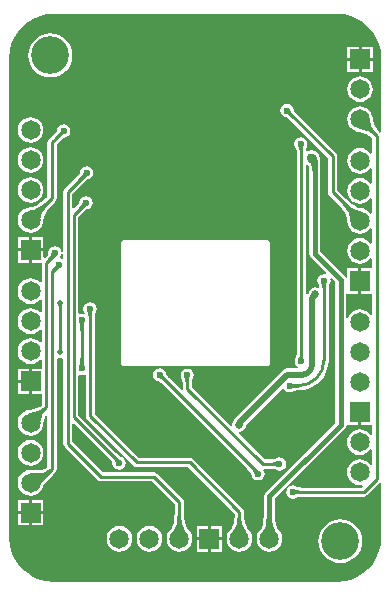
<source format=gbl>
G04*
G04 #@! TF.GenerationSoftware,Altium Limited,Altium Designer,20.1.8 (145)*
G04*
G04 Layer_Physical_Order=2*
G04 Layer_Color=16711680*
%FSLAX25Y25*%
%MOIN*%
G70*
G04*
G04 #@! TF.SameCoordinates,0646C1E9-0440-4AAE-851A-CF3533030474*
G04*
G04*
G04 #@! TF.FilePolarity,Positive*
G04*
G01*
G75*
%ADD10C,0.01000*%
%ADD19C,0.02000*%
%ADD20C,0.03000*%
%ADD21C,0.01500*%
%ADD22C,0.06500*%
%ADD23R,0.06500X0.06500*%
%ADD24C,0.12598*%
%ADD25R,0.06500X0.06500*%
%ADD26C,0.02362*%
%ADD27C,0.02000*%
%ADD28C,0.02559*%
%ADD29C,0.03000*%
G36*
X49558Y106097D02*
X51808Y105557D01*
X53945Y104672D01*
X55918Y103463D01*
X57677Y101961D01*
X59180Y100201D01*
X60388Y98229D01*
X61274Y96092D01*
X61814Y93842D01*
X61991Y91590D01*
X61980Y91536D01*
Y66875D01*
X61625Y66720D01*
X61480Y66706D01*
X61298Y66888D01*
X61103Y67096D01*
X60738Y67537D01*
X60412Y67989D01*
X60125Y68450D01*
X59875Y68923D01*
X59663Y69408D01*
X59487Y69906D01*
X59346Y70419D01*
X59242Y70946D01*
X59170Y71524D01*
X59141Y71609D01*
X59062Y72212D01*
X58634Y73246D01*
X57952Y74133D01*
X57065Y74815D01*
X56031Y75243D01*
X54921Y75389D01*
X53812Y75243D01*
X52778Y74815D01*
X51890Y74133D01*
X51209Y73246D01*
X50781Y72212D01*
X50635Y71102D01*
X50781Y69993D01*
X51209Y68959D01*
X51890Y68071D01*
X52778Y67390D01*
X53812Y66962D01*
X54415Y66882D01*
X54500Y66854D01*
X55078Y66781D01*
X55605Y66677D01*
X56117Y66537D01*
X56615Y66361D01*
X57100Y66148D01*
X57573Y65899D01*
X58035Y65612D01*
X58486Y65286D01*
X58904Y64941D01*
Y59841D01*
X58404Y59671D01*
X57913Y60311D01*
X57025Y60992D01*
X55991Y61420D01*
X54882Y61566D01*
X53772Y61420D01*
X52739Y60992D01*
X51851Y60311D01*
X51170Y59423D01*
X50741Y58389D01*
X50595Y57279D01*
X50741Y56170D01*
X51170Y55136D01*
X51851Y54248D01*
X52739Y53567D01*
X53772Y53139D01*
X54882Y52993D01*
X55991Y53139D01*
X57025Y53567D01*
X57913Y54248D01*
X58404Y54888D01*
X58904Y54718D01*
Y49841D01*
X58404Y49671D01*
X57913Y50311D01*
X57025Y50992D01*
X55991Y51420D01*
X54882Y51566D01*
X53772Y51420D01*
X52739Y50992D01*
X51851Y50311D01*
X51170Y49423D01*
X50741Y48389D01*
X50595Y47280D01*
X50741Y46170D01*
X51170Y45136D01*
X51851Y44248D01*
X52739Y43567D01*
X53772Y43139D01*
X54882Y42993D01*
X55991Y43139D01*
X57025Y43567D01*
X57913Y44248D01*
X58404Y44888D01*
X58904Y44718D01*
Y39841D01*
X58404Y39671D01*
X57913Y40311D01*
X57025Y40992D01*
X55991Y41420D01*
X55180Y41527D01*
X55146Y41538D01*
X54758Y41587D01*
X54387Y41690D01*
X53949Y41869D01*
X53450Y42129D01*
X52896Y42471D01*
X52310Y42885D01*
X50195Y44691D01*
X49946Y44933D01*
X47297Y47582D01*
Y58858D01*
X47181Y59443D01*
X46849Y59940D01*
X33698Y73091D01*
X33340Y73475D01*
X32994Y73889D01*
X32888Y74035D01*
X32816Y74146D01*
X32803Y74170D01*
X32665Y74867D01*
X32183Y75588D01*
X31461Y76070D01*
X30610Y76240D01*
X29759Y76070D01*
X29038Y75588D01*
X28556Y74867D01*
X28386Y74016D01*
X28556Y73165D01*
X29038Y72443D01*
X29759Y71961D01*
X30456Y71823D01*
X30480Y71810D01*
X30557Y71760D01*
X31615Y70849D01*
X44238Y58225D01*
Y46949D01*
X44355Y46363D01*
X44686Y45867D01*
X47337Y43216D01*
X48513Y41939D01*
X49040Y41274D01*
X49494Y40628D01*
X49867Y40013D01*
X50161Y39430D01*
X50379Y38881D01*
X50524Y38368D01*
X50600Y37891D01*
X50614Y37421D01*
X50595Y37279D01*
X50741Y36170D01*
X51170Y35136D01*
X51851Y34248D01*
X52739Y33567D01*
X53772Y33139D01*
X54882Y32993D01*
X55991Y33139D01*
X57025Y33567D01*
X57913Y34248D01*
X58404Y34888D01*
X58904Y34718D01*
Y29841D01*
X58404Y29671D01*
X57913Y30311D01*
X57025Y30992D01*
X55991Y31420D01*
X54882Y31566D01*
X53772Y31420D01*
X52739Y30992D01*
X51851Y30311D01*
X51170Y29423D01*
X50741Y28389D01*
X50595Y27279D01*
X50741Y26170D01*
X51170Y25136D01*
X51851Y24248D01*
X52739Y23567D01*
X53772Y23139D01*
X54882Y22993D01*
X55991Y23139D01*
X57025Y23567D01*
X57913Y24248D01*
X58404Y24888D01*
X58904Y24718D01*
Y21530D01*
X55382D01*
Y17280D01*
Y13029D01*
X58904D01*
Y5959D01*
X58404Y5789D01*
X57834Y6531D01*
X56946Y7212D01*
X55913Y7641D01*
X54803Y7787D01*
X53694Y7641D01*
X52660Y7212D01*
X51772Y6531D01*
X51091Y5643D01*
X50709Y4723D01*
X50209Y4822D01*
Y12842D01*
X50632Y13029D01*
X50709Y13029D01*
X54382D01*
Y17280D01*
Y21530D01*
X50632D01*
Y18156D01*
X50132Y18107D01*
X50074Y18399D01*
X49687Y18978D01*
X49687Y18978D01*
X41548Y27117D01*
Y57382D01*
X41412Y58065D01*
X41392Y58094D01*
X41427Y58268D01*
X41233Y59243D01*
X40680Y60070D01*
X39853Y60623D01*
X38878Y60817D01*
X38583D01*
X37607Y60623D01*
X37314Y60427D01*
X36876Y60667D01*
X36883Y61050D01*
X36916Y61502D01*
X36933Y61634D01*
X36938Y61663D01*
X37192Y62043D01*
X37362Y62894D01*
X37192Y63745D01*
X36710Y64466D01*
X35989Y64948D01*
X35138Y65118D01*
X34287Y64948D01*
X33565Y64466D01*
X33083Y63745D01*
X32914Y62894D01*
X33083Y62043D01*
X33565Y61321D01*
X33622Y61283D01*
X33635Y61251D01*
X33672Y61129D01*
X33710Y60953D01*
X33743Y60746D01*
X33805Y59846D01*
Y-6611D01*
X33786Y-7136D01*
X33738Y-7673D01*
X33711Y-7852D01*
X33683Y-7981D01*
X33675Y-8007D01*
X33280Y-8598D01*
X33111Y-9449D01*
X33280Y-10300D01*
X33762Y-11021D01*
X34385Y-11437D01*
X34297Y-11937D01*
X30738D01*
X29957Y-12092D01*
X29296Y-12535D01*
X13223Y-28607D01*
X12781Y-29268D01*
X12737Y-29492D01*
X12518Y-29819D01*
X12341Y-30709D01*
X12371Y-30859D01*
X11910Y-31106D01*
X-1128Y-18067D01*
Y-17011D01*
X-1109Y-16486D01*
X-1061Y-15949D01*
X-1034Y-15770D01*
X-1006Y-15641D01*
X-998Y-15615D01*
X-603Y-15024D01*
X-434Y-14173D01*
X-603Y-13322D01*
X-1085Y-12601D01*
X-1806Y-12119D01*
X-2657Y-11949D01*
X-3509Y-12119D01*
X-4230Y-12601D01*
X-4712Y-13322D01*
X-4881Y-14173D01*
X-4712Y-15024D01*
X-4317Y-15615D01*
X-4309Y-15641D01*
X-4290Y-15731D01*
X-4187Y-17123D01*
Y-18701D01*
X-4131Y-18984D01*
X-4591Y-19230D01*
X-8822Y-15000D01*
X-9180Y-14615D01*
X-9525Y-14201D01*
X-9632Y-14055D01*
X-9704Y-13945D01*
X-9716Y-13921D01*
X-9855Y-13224D01*
X-10337Y-12502D01*
X-11058Y-12020D01*
X-11909Y-11851D01*
X-12761Y-12020D01*
X-13482Y-12502D01*
X-13964Y-13224D01*
X-14133Y-14075D01*
X-13964Y-14926D01*
X-13482Y-15647D01*
X-12761Y-16129D01*
X-12064Y-16268D01*
X-12040Y-16281D01*
X-11962Y-16330D01*
X-10905Y-17242D01*
X17728Y-45875D01*
X17951Y-46108D01*
X18346Y-46571D01*
X18480Y-46750D01*
X18582Y-46902D01*
X18645Y-47014D01*
X18648Y-47020D01*
X18642Y-47047D01*
X18812Y-47898D01*
X19294Y-48620D01*
X20015Y-49102D01*
X20866Y-49271D01*
X21717Y-49102D01*
X22439Y-48620D01*
X22921Y-47898D01*
X23090Y-47047D01*
X22921Y-46196D01*
X22675Y-45829D01*
X22942Y-45329D01*
X25214D01*
X25739Y-45347D01*
X26276Y-45396D01*
X26454Y-45423D01*
X26583Y-45451D01*
X26609Y-45459D01*
X27200Y-45854D01*
X28051Y-46023D01*
X28902Y-45854D01*
X29624Y-45372D01*
X30106Y-44650D01*
X30275Y-43799D01*
X30106Y-42948D01*
X29624Y-42227D01*
X28902Y-41745D01*
X28051Y-41575D01*
X27200Y-41745D01*
X26609Y-42139D01*
X26583Y-42147D01*
X26494Y-42167D01*
X25101Y-42270D01*
X23074D01*
X14268Y-33464D01*
X14515Y-33003D01*
X14665Y-33033D01*
X15555Y-32856D01*
X16309Y-32352D01*
X16813Y-31598D01*
X16989Y-30709D01*
X16973Y-30625D01*
X28980Y-18617D01*
X29560Y-18745D01*
X29924Y-19289D01*
X30645Y-19771D01*
X31496Y-19940D01*
X32347Y-19771D01*
X32771Y-19488D01*
X32841Y-19456D01*
X32897Y-19417D01*
X32921Y-19404D01*
X32983Y-19379D01*
X33080Y-19349D01*
X33211Y-19319D01*
X33354Y-19295D01*
X33810Y-19259D01*
X34310Y-19265D01*
Y-19265D01*
X36290Y-19070D01*
X38195Y-18493D01*
X39950Y-17554D01*
X41489Y-16292D01*
X42751Y-14753D01*
X43690Y-12998D01*
X44267Y-11094D01*
X44462Y-9113D01*
X44443D01*
Y14485D01*
X44462Y15010D01*
X44510Y15548D01*
X44537Y15726D01*
X44565Y15855D01*
X44573Y15881D01*
X44968Y16472D01*
X45137Y17323D01*
X45025Y17886D01*
X45486Y18132D01*
X46641Y16977D01*
Y-30068D01*
X23463Y-53246D01*
X23076Y-53825D01*
X22940Y-54508D01*
Y-60093D01*
X22940Y-60129D01*
X22895Y-61119D01*
X22716Y-62866D01*
X22589Y-63575D01*
X22436Y-64199D01*
X22263Y-64722D01*
X22076Y-65142D01*
X21886Y-65459D01*
X21739Y-65634D01*
X21693Y-65670D01*
X21012Y-66558D01*
X20584Y-67591D01*
X20438Y-68701D01*
X20584Y-69810D01*
X21012Y-70844D01*
X21693Y-71732D01*
X22581Y-72413D01*
X23615Y-72841D01*
X24724Y-72988D01*
X25834Y-72841D01*
X26868Y-72413D01*
X27755Y-71732D01*
X28437Y-70844D01*
X28865Y-69810D01*
X29011Y-68701D01*
X28865Y-67591D01*
X28437Y-66558D01*
X27755Y-65670D01*
X27710Y-65634D01*
X27563Y-65459D01*
X27372Y-65142D01*
X27186Y-64722D01*
X27013Y-64199D01*
X26860Y-63575D01*
X26735Y-62876D01*
X26509Y-60110D01*
X26509Y-60093D01*
Y-55247D01*
X49687Y-32069D01*
X50074Y-31490D01*
X50173Y-30991D01*
X50544Y-30768D01*
X50692Y-30750D01*
X54323D01*
Y-26500D01*
X55323D01*
Y-30750D01*
X58904D01*
Y-34016D01*
X58404Y-34185D01*
X57854Y-33469D01*
X56966Y-32788D01*
X55932Y-32359D01*
X54823Y-32213D01*
X53713Y-32359D01*
X52680Y-32788D01*
X51792Y-33469D01*
X51111Y-34357D01*
X50682Y-35390D01*
X50536Y-36500D01*
X50682Y-37609D01*
X51111Y-38643D01*
X51792Y-39531D01*
X52680Y-40212D01*
X53713Y-40641D01*
X54823Y-40787D01*
X55932Y-40641D01*
X56966Y-40212D01*
X57854Y-39531D01*
X58404Y-38815D01*
X58904Y-38985D01*
Y-44015D01*
X58404Y-44185D01*
X57854Y-43469D01*
X56966Y-42788D01*
X55932Y-42359D01*
X54823Y-42213D01*
X53713Y-42359D01*
X52680Y-42788D01*
X51792Y-43469D01*
X51111Y-44357D01*
X50682Y-45390D01*
X50536Y-46500D01*
X50682Y-47609D01*
X51111Y-48643D01*
X51792Y-49531D01*
X52680Y-50212D01*
X53713Y-50641D01*
X54823Y-50787D01*
X55712Y-50670D01*
X55946Y-51143D01*
X55469Y-51620D01*
X35416D01*
X34891Y-51601D01*
X34354Y-51553D01*
X34176Y-51526D01*
X34047Y-51498D01*
X34021Y-51490D01*
X33430Y-51095D01*
X32579Y-50926D01*
X31728Y-51095D01*
X31006Y-51577D01*
X30524Y-52299D01*
X30355Y-53150D01*
X30524Y-54001D01*
X31006Y-54722D01*
X31728Y-55204D01*
X32579Y-55373D01*
X33430Y-55204D01*
X34021Y-54809D01*
X34047Y-54801D01*
X34136Y-54782D01*
X35529Y-54679D01*
X56102D01*
X56688Y-54563D01*
X57184Y-54231D01*
X61480Y-49934D01*
X61625Y-49948D01*
X61980Y-50103D01*
Y-68307D01*
X61991Y-68361D01*
X61814Y-70613D01*
X61274Y-72863D01*
X60388Y-75001D01*
X59180Y-76973D01*
X57677Y-78732D01*
X55918Y-80235D01*
X53945Y-81444D01*
X51808Y-82329D01*
X49558Y-82869D01*
X47306Y-83046D01*
X47252Y-83035D01*
X-47252D01*
X-47306Y-83046D01*
X-49558Y-82869D01*
X-51808Y-82329D01*
X-53945Y-81444D01*
X-55918Y-80235D01*
X-57677Y-78732D01*
X-59180Y-76973D01*
X-60388Y-75001D01*
X-61274Y-72863D01*
X-61814Y-70613D01*
X-61957Y-68801D01*
X-61980Y-68307D01*
X-61980Y-68307D01*
X-61980Y-67814D01*
X-61980Y91536D01*
X-61991Y91590D01*
X-61814Y93842D01*
X-61274Y96092D01*
X-60388Y98229D01*
X-59180Y100201D01*
X-57677Y101961D01*
X-55918Y103463D01*
X-53945Y104672D01*
X-51808Y105557D01*
X-49558Y106097D01*
X-47306Y106275D01*
X-47252Y106264D01*
X47252D01*
X47306Y106275D01*
X49558Y106097D01*
D02*
G37*
G36*
X31807Y73910D02*
X31855Y73782D01*
X31935Y73630D01*
X32047Y73457D01*
X32191Y73260D01*
X32575Y72801D01*
X33087Y72251D01*
X33391Y71942D01*
X32684Y71235D01*
X32375Y71539D01*
X31169Y72579D01*
X30996Y72691D01*
X30845Y72771D01*
X30716Y72819D01*
X30610Y72835D01*
X31791Y74016D01*
X31807Y73910D01*
D02*
G37*
G36*
X58235Y70783D02*
X58353Y70184D01*
X58513Y69601D01*
X58714Y69033D01*
X58956Y68480D01*
X59240Y67943D01*
X59565Y67420D01*
X59931Y66913D01*
X60338Y66421D01*
X60787Y65944D01*
X60079Y65237D01*
X59603Y65686D01*
X59111Y66093D01*
X58603Y66459D01*
X58081Y66784D01*
X57543Y67067D01*
X56990Y67310D01*
X56422Y67510D01*
X55839Y67670D01*
X55241Y67789D01*
X54627Y67866D01*
X58158Y71397D01*
X58235Y70783D01*
D02*
G37*
G36*
X35985Y62046D02*
X35953Y61940D01*
X35925Y61793D01*
X35901Y61604D01*
X35864Y61098D01*
X35835Y59578D01*
X34835Y59390D01*
X34830Y59810D01*
X34757Y60860D01*
X34713Y61140D01*
X34660Y61385D01*
X34596Y61595D01*
X34523Y61770D01*
X34441Y61910D01*
X34348Y62015D01*
X36020Y62108D01*
X35985Y62046D01*
D02*
G37*
G36*
X40514Y54343D02*
X39014Y53831D01*
X39002Y54300D01*
X38966Y54735D01*
X38906Y55136D01*
X38822Y55503D01*
X38714Y55835D01*
X38582Y56132D01*
X38426Y56396D01*
X38246Y56625D01*
X38042Y56819D01*
X37814Y56979D01*
X39934Y57617D01*
X40514Y54343D01*
D02*
G37*
G36*
X49508Y43937D02*
X51683Y42079D01*
X52333Y41620D01*
X52946Y41241D01*
X53520Y40943D01*
X54057Y40724D01*
X54556Y40585D01*
X55018Y40527D01*
X51634Y37406D01*
X51617Y37987D01*
X51521Y38588D01*
X51346Y39208D01*
X51092Y39848D01*
X50760Y40508D01*
X50348Y41186D01*
X49858Y41885D01*
X49288Y42603D01*
X47913Y44097D01*
X48707Y44717D01*
X49508Y43937D01*
D02*
G37*
G36*
X37394Y56029D02*
X37490Y55937D01*
X37583Y55818D01*
X37674Y55664D01*
X37760Y55470D01*
X37838Y55231D01*
X37903Y54947D01*
X37952Y54618D01*
X37980Y54291D01*
Y26378D01*
X38115Y25695D01*
X38502Y25116D01*
X43723Y19895D01*
X43477Y19435D01*
X42913Y19547D01*
X42062Y19377D01*
X41341Y18895D01*
X40859Y18174D01*
X40690Y17323D01*
X40859Y16472D01*
X41254Y15881D01*
X41262Y15855D01*
X41281Y15765D01*
X41319Y15250D01*
X40839Y14964D01*
X40059Y15120D01*
X39170Y14942D01*
X38416Y14439D01*
X37912Y13685D01*
X37836Y13305D01*
X37436Y12905D01*
X37364Y12797D01*
X36864Y12949D01*
Y55802D01*
X36961Y55894D01*
X37364Y56050D01*
X37394Y56029D01*
D02*
G37*
G36*
X43685Y16402D02*
X43628Y16277D01*
X43578Y16113D01*
X43534Y15911D01*
X43497Y15671D01*
X43444Y15074D01*
X43417Y14324D01*
X43413Y13891D01*
X42413D01*
X42410Y14324D01*
X42292Y15911D01*
X42249Y16113D01*
X42199Y16277D01*
X42142Y16402D01*
X42078Y16488D01*
X43749D01*
X43685Y16402D01*
D02*
G37*
G36*
X35838Y-6450D02*
X35956Y-8037D01*
X35999Y-8239D01*
X36050Y-8403D01*
X36107Y-8528D01*
X36170Y-8614D01*
X34499D01*
X34563Y-8528D01*
X34620Y-8403D01*
X34670Y-8239D01*
X34714Y-8037D01*
X34751Y-7797D01*
X34804Y-7200D01*
X34831Y-6450D01*
X34835Y-6017D01*
X35835D01*
X35838Y-6450D01*
D02*
G37*
G36*
X-10712Y-14180D02*
X-10664Y-14309D01*
X-10584Y-14460D01*
X-10472Y-14634D01*
X-10328Y-14830D01*
X-9945Y-15290D01*
X-9433Y-15840D01*
X-9129Y-16148D01*
X-9836Y-16855D01*
X-10145Y-16552D01*
X-11350Y-15512D01*
X-11524Y-15400D01*
X-11675Y-15320D01*
X-11804Y-15272D01*
X-11910Y-15256D01*
X-10728Y-14074D01*
X-10712Y-14180D01*
D02*
G37*
G36*
X-1886Y-15094D02*
X-1943Y-15219D01*
X-1993Y-15383D01*
X-2037Y-15585D01*
X-2074Y-15825D01*
X-2127Y-16422D01*
X-2154Y-17172D01*
X-2158Y-17605D01*
X-3158D01*
X-3161Y-17172D01*
X-3278Y-15585D01*
X-3322Y-15383D01*
X-3372Y-15219D01*
X-3429Y-15094D01*
X-3493Y-15008D01*
X-1822D01*
X-1886Y-15094D01*
D02*
G37*
G36*
X32360Y-16885D02*
X32490Y-16955D01*
X32643Y-17016D01*
X32816Y-17069D01*
X33011Y-17114D01*
X33228Y-17151D01*
X33726Y-17200D01*
X34007Y-17212D01*
X34310Y-17217D01*
Y-18216D01*
X34007Y-18221D01*
X33228Y-18282D01*
X33011Y-18319D01*
X32816Y-18364D01*
X32643Y-18417D01*
X32490Y-18478D01*
X32360Y-18548D01*
X32250Y-18625D01*
Y-16808D01*
X32360Y-16885D01*
D02*
G37*
G36*
X27217Y-44635D02*
X27130Y-44571D01*
X27005Y-44514D01*
X26842Y-44464D01*
X26640Y-44420D01*
X26399Y-44383D01*
X25803Y-44329D01*
X25052Y-44303D01*
X24619Y-44299D01*
Y-43299D01*
X25052Y-43296D01*
X26640Y-43178D01*
X26842Y-43135D01*
X27005Y-43084D01*
X27130Y-43027D01*
X27217Y-42963D01*
Y-44635D01*
D02*
G37*
G36*
X19259Y-44533D02*
X20595Y-45713D01*
X20727Y-45797D01*
X20834Y-45848D01*
X20914Y-45867D01*
X19686Y-47003D01*
X19675Y-46872D01*
X19632Y-46723D01*
X19557Y-46555D01*
X19450Y-46367D01*
X19312Y-46160D01*
X19142Y-45934D01*
X18707Y-45424D01*
X18145Y-44837D01*
X18946Y-44223D01*
X19259Y-44533D01*
D02*
G37*
G36*
X33500Y-52378D02*
X33625Y-52435D01*
X33788Y-52485D01*
X33990Y-52529D01*
X34231Y-52566D01*
X34827Y-52619D01*
X35578Y-52646D01*
X36011Y-52650D01*
Y-53650D01*
X35578Y-53653D01*
X33990Y-53771D01*
X33788Y-53814D01*
X33625Y-53864D01*
X33500Y-53922D01*
X33413Y-53985D01*
Y-52314D01*
X33500Y-52378D01*
D02*
G37*
G36*
X25490Y-60159D02*
X25722Y-63008D01*
X25862Y-63787D01*
X26032Y-64481D01*
X26234Y-65090D01*
X26466Y-65613D01*
X26730Y-66051D01*
X27024Y-66404D01*
X22425D01*
X22719Y-66051D01*
X22983Y-65613D01*
X23215Y-65090D01*
X23417Y-64481D01*
X23587Y-63787D01*
X23727Y-63008D01*
X23912Y-61194D01*
X23959Y-60159D01*
X23974Y-59039D01*
X25474D01*
X25490Y-60159D01*
D02*
G37*
%LPC*%
G36*
X59171Y95352D02*
X55421D01*
Y91602D01*
X59171D01*
Y95352D01*
D02*
G37*
G36*
X54421D02*
X50671D01*
Y91602D01*
X54421D01*
Y95352D01*
D02*
G37*
G36*
X59171Y90602D02*
X55421D01*
Y86852D01*
X59171D01*
Y90602D01*
D02*
G37*
G36*
X54421D02*
X50671D01*
Y86852D01*
X54421D01*
Y90602D01*
D02*
G37*
G36*
X-48335Y99756D02*
X-49766Y99615D01*
X-51141Y99197D01*
X-52409Y98520D01*
X-53521Y97607D01*
X-54433Y96496D01*
X-55111Y95228D01*
X-55528Y93852D01*
X-55669Y92421D01*
X-55528Y90991D01*
X-55111Y89615D01*
X-54433Y88347D01*
X-53521Y87235D01*
X-52409Y86323D01*
X-51141Y85645D01*
X-49766Y85228D01*
X-48335Y85087D01*
X-46904Y85228D01*
X-45528Y85645D01*
X-44260Y86323D01*
X-43148Y87235D01*
X-42236Y88347D01*
X-41559Y89615D01*
X-41141Y90991D01*
X-41000Y92421D01*
X-41141Y93852D01*
X-41559Y95228D01*
X-42236Y96496D01*
X-43148Y97607D01*
X-44260Y98520D01*
X-45528Y99197D01*
X-46904Y99615D01*
X-48335Y99756D01*
D02*
G37*
G36*
X54921Y85389D02*
X53812Y85243D01*
X52778Y84815D01*
X51890Y84133D01*
X51209Y83246D01*
X50781Y82212D01*
X50635Y81102D01*
X50781Y79993D01*
X51209Y78959D01*
X51890Y78071D01*
X52778Y77390D01*
X53812Y76962D01*
X54921Y76816D01*
X56031Y76962D01*
X57065Y77390D01*
X57952Y78071D01*
X58634Y78959D01*
X59062Y79993D01*
X59208Y81102D01*
X59062Y82212D01*
X58634Y83246D01*
X57952Y84133D01*
X57065Y84815D01*
X56031Y85243D01*
X54921Y85389D01*
D02*
G37*
G36*
X-54921Y71846D02*
X-56031Y71700D01*
X-57065Y71271D01*
X-57952Y70590D01*
X-58634Y69702D01*
X-59062Y68669D01*
X-59208Y67559D01*
X-59062Y66450D01*
X-58634Y65416D01*
X-57952Y64528D01*
X-57065Y63847D01*
X-56031Y63418D01*
X-54921Y63272D01*
X-53812Y63418D01*
X-52778Y63847D01*
X-51890Y64528D01*
X-51209Y65416D01*
X-50781Y66450D01*
X-50635Y67559D01*
X-50781Y68669D01*
X-51209Y69702D01*
X-51890Y70590D01*
X-52778Y71271D01*
X-53812Y71700D01*
X-54921Y71846D01*
D02*
G37*
G36*
Y61846D02*
X-56031Y61700D01*
X-57065Y61271D01*
X-57952Y60590D01*
X-58634Y59702D01*
X-59062Y58669D01*
X-59208Y57559D01*
X-59062Y56450D01*
X-58634Y55416D01*
X-57952Y54528D01*
X-57065Y53847D01*
X-56031Y53418D01*
X-54921Y53272D01*
X-53812Y53418D01*
X-52778Y53847D01*
X-51890Y54528D01*
X-51209Y55416D01*
X-50781Y56450D01*
X-50635Y57559D01*
X-50781Y58669D01*
X-51209Y59702D01*
X-51890Y60590D01*
X-52778Y61271D01*
X-53812Y61700D01*
X-54921Y61846D01*
D02*
G37*
G36*
Y51846D02*
X-56031Y51700D01*
X-57065Y51271D01*
X-57952Y50590D01*
X-58634Y49702D01*
X-59062Y48669D01*
X-59208Y47559D01*
X-59062Y46450D01*
X-58634Y45416D01*
X-57952Y44528D01*
X-57065Y43847D01*
X-56031Y43418D01*
X-54921Y43272D01*
X-53812Y43418D01*
X-52778Y43847D01*
X-51890Y44528D01*
X-51209Y45416D01*
X-50781Y46450D01*
X-50635Y47559D01*
X-50781Y48669D01*
X-51209Y49702D01*
X-51890Y50590D01*
X-52778Y51271D01*
X-53812Y51700D01*
X-54921Y51846D01*
D02*
G37*
G36*
X-43898Y69448D02*
X-44749Y69279D01*
X-45470Y68797D01*
X-45952Y68075D01*
X-46091Y67379D01*
X-46104Y67355D01*
X-46153Y67277D01*
X-47065Y66220D01*
X-48818Y64467D01*
X-49149Y63971D01*
X-49266Y63386D01*
Y45378D01*
X-49547Y45096D01*
X-49875Y44779D01*
X-51299Y43552D01*
X-51940Y43075D01*
X-52551Y42674D01*
X-53120Y42355D01*
X-53645Y42115D01*
X-54122Y41952D01*
X-54547Y41860D01*
X-54854Y41837D01*
X-54921Y41846D01*
X-56031Y41700D01*
X-57065Y41271D01*
X-57952Y40590D01*
X-58634Y39702D01*
X-59062Y38669D01*
X-59208Y37559D01*
X-59062Y36450D01*
X-58634Y35416D01*
X-57952Y34528D01*
X-57065Y33847D01*
X-56031Y33419D01*
X-54921Y33272D01*
X-53812Y33419D01*
X-52778Y33847D01*
X-51890Y34528D01*
X-51209Y35416D01*
X-50781Y36450D01*
X-50635Y37559D01*
X-50643Y37626D01*
X-50620Y37933D01*
X-50528Y38359D01*
X-50365Y38835D01*
X-50125Y39360D01*
X-49806Y39930D01*
X-49405Y40541D01*
X-48929Y41181D01*
X-47702Y42605D01*
X-47384Y42933D01*
X-46655Y43663D01*
X-46323Y44159D01*
X-46207Y44744D01*
Y62752D01*
X-44822Y64137D01*
X-44438Y64495D01*
X-44024Y64840D01*
X-43878Y64947D01*
X-43767Y65018D01*
X-43743Y65031D01*
X-43047Y65170D01*
X-42325Y65652D01*
X-41843Y66373D01*
X-41674Y67224D01*
X-41843Y68075D01*
X-42325Y68797D01*
X-43047Y69279D01*
X-43898Y69448D01*
D02*
G37*
G36*
X-50671Y31809D02*
X-54421D01*
Y28059D01*
X-50671D01*
Y31809D01*
D02*
G37*
G36*
X-55421D02*
X-59171D01*
Y28059D01*
X-55421D01*
Y31809D01*
D02*
G37*
G36*
X-36220Y55472D02*
X-37071Y55303D01*
X-37793Y54821D01*
X-38275Y54099D01*
X-38414Y53402D01*
X-38426Y53378D01*
X-38476Y53301D01*
X-39388Y52244D01*
X-43562Y48070D01*
X-43893Y47574D01*
X-44010Y46988D01*
Y24834D01*
X-44425Y24577D01*
X-44887Y24743D01*
X-45043Y25207D01*
X-44697Y25724D01*
X-44528Y26575D01*
X-44697Y27426D01*
X-45180Y28147D01*
X-45901Y28629D01*
X-46752Y28799D01*
X-47603Y28629D01*
X-48324Y28147D01*
X-48807Y27426D01*
X-48976Y26575D01*
X-48961Y26500D01*
X-48976Y26463D01*
X-49036Y26350D01*
X-49132Y26198D01*
X-49255Y26030D01*
X-49846Y25348D01*
X-50209Y24985D01*
X-50671Y25176D01*
Y27059D01*
X-54421D01*
Y23309D01*
X-51234D01*
Y16734D01*
X-51708Y16573D01*
X-51890Y16811D01*
X-52778Y17492D01*
X-53812Y17920D01*
X-54921Y18066D01*
X-56031Y17920D01*
X-57065Y17492D01*
X-57952Y16811D01*
X-58634Y15923D01*
X-59062Y14889D01*
X-59208Y13780D01*
X-59062Y12670D01*
X-58634Y11636D01*
X-57952Y10748D01*
X-57065Y10067D01*
X-56031Y9639D01*
X-54921Y9493D01*
X-53812Y9639D01*
X-52778Y10067D01*
X-51890Y10748D01*
X-51708Y10986D01*
X-51234Y10826D01*
Y6734D01*
X-51708Y6573D01*
X-51890Y6811D01*
X-52778Y7492D01*
X-53812Y7920D01*
X-54921Y8066D01*
X-56031Y7920D01*
X-57065Y7492D01*
X-57952Y6811D01*
X-58634Y5923D01*
X-59062Y4889D01*
X-59208Y3779D01*
X-59062Y2670D01*
X-58634Y1636D01*
X-57952Y748D01*
X-57065Y67D01*
X-56031Y-361D01*
X-54921Y-507D01*
X-53812Y-361D01*
X-52778Y67D01*
X-51890Y748D01*
X-51708Y986D01*
X-51234Y826D01*
Y-3266D01*
X-51708Y-3427D01*
X-51890Y-3189D01*
X-52778Y-2508D01*
X-53812Y-2080D01*
X-54921Y-1934D01*
X-56031Y-2080D01*
X-57065Y-2508D01*
X-57952Y-3189D01*
X-58634Y-4077D01*
X-59062Y-5111D01*
X-59208Y-6221D01*
X-59062Y-7330D01*
X-58634Y-8364D01*
X-57952Y-9252D01*
X-57065Y-9933D01*
X-56031Y-10361D01*
X-54921Y-10507D01*
X-53812Y-10361D01*
X-52778Y-9933D01*
X-51890Y-9252D01*
X-51708Y-9014D01*
X-51234Y-9174D01*
Y-11970D01*
X-54421D01*
Y-16220D01*
Y-20470D01*
X-51234D01*
Y-24119D01*
X-51515Y-24345D01*
X-51914Y-24619D01*
X-52334Y-24865D01*
X-52777Y-25084D01*
X-53245Y-25274D01*
X-53737Y-25437D01*
X-54255Y-25571D01*
X-54799Y-25677D01*
X-55398Y-25758D01*
X-55487Y-25788D01*
X-56031Y-25859D01*
X-57065Y-26288D01*
X-57952Y-26969D01*
X-58634Y-27857D01*
X-59062Y-28890D01*
X-59208Y-30000D01*
X-59062Y-31109D01*
X-58634Y-32143D01*
X-57952Y-33031D01*
X-57065Y-33712D01*
X-56031Y-34141D01*
X-54921Y-34287D01*
X-53812Y-34141D01*
X-52778Y-33712D01*
X-51890Y-33031D01*
X-51209Y-32143D01*
X-50781Y-31109D01*
X-50709Y-30566D01*
X-50679Y-30477D01*
X-50598Y-29878D01*
X-50493Y-29333D01*
X-50358Y-28815D01*
X-50195Y-28323D01*
X-50005Y-27856D01*
X-49786Y-27413D01*
X-49766Y-27377D01*
X-49266Y-27513D01*
Y-44798D01*
X-49641Y-45072D01*
X-50094Y-45333D01*
X-50576Y-45546D01*
X-51090Y-45711D01*
X-51640Y-45827D01*
X-52229Y-45895D01*
X-52857Y-45912D01*
X-53527Y-45876D01*
X-54272Y-45781D01*
X-54363Y-45787D01*
X-54921Y-45713D01*
X-56031Y-45859D01*
X-57065Y-46288D01*
X-57952Y-46969D01*
X-58634Y-47857D01*
X-59062Y-48891D01*
X-59208Y-50000D01*
X-59062Y-51109D01*
X-58634Y-52143D01*
X-57952Y-53031D01*
X-57065Y-53712D01*
X-56031Y-54141D01*
X-54921Y-54287D01*
X-53812Y-54141D01*
X-52778Y-53712D01*
X-51890Y-53031D01*
X-51209Y-52143D01*
X-50867Y-51318D01*
X-50865Y-51314D01*
X-50798Y-51158D01*
X-50712Y-51015D01*
X-47488Y-47387D01*
X-46655Y-46554D01*
X-46323Y-46058D01*
X-46207Y-45472D01*
Y-25770D01*
X-46175Y-25612D01*
Y-8659D01*
X-45675Y-8397D01*
X-44980Y-8535D01*
X-44510Y-8442D01*
X-44010Y-8809D01*
Y-36949D01*
X-43893Y-37534D01*
X-43562Y-38030D01*
X-32479Y-49113D01*
X-31983Y-49444D01*
X-31398Y-49561D01*
X-14413D01*
X-6805Y-57169D01*
Y-59571D01*
X-6813Y-60028D01*
X-6952Y-61902D01*
X-7068Y-62692D01*
X-7216Y-63407D01*
X-7393Y-64036D01*
X-7595Y-64577D01*
X-7817Y-65029D01*
X-8052Y-65395D01*
X-8253Y-65628D01*
X-8307Y-65670D01*
X-8988Y-66558D01*
X-9416Y-67591D01*
X-9562Y-68701D01*
X-9416Y-69810D01*
X-8988Y-70844D01*
X-8307Y-71732D01*
X-7419Y-72413D01*
X-6385Y-72841D01*
X-5276Y-72988D01*
X-4166Y-72841D01*
X-3132Y-72413D01*
X-2245Y-71732D01*
X-1563Y-70844D01*
X-1135Y-69810D01*
X-989Y-68701D01*
X-1135Y-67591D01*
X-1563Y-66558D01*
X-2245Y-65670D01*
X-2298Y-65628D01*
X-2499Y-65395D01*
X-2735Y-65029D01*
X-2956Y-64577D01*
X-3158Y-64036D01*
X-3335Y-63407D01*
X-3483Y-62692D01*
X-3600Y-61902D01*
X-3739Y-60028D01*
X-3746Y-59571D01*
Y-56535D01*
X-3863Y-55950D01*
X-4194Y-55454D01*
X-12698Y-46950D01*
X-13194Y-46619D01*
X-13780Y-46502D01*
X-30764D01*
X-40951Y-36315D01*
Y-30394D01*
X-40489Y-30202D01*
X-28426Y-42266D01*
X-28272Y-42433D01*
X-27891Y-42895D01*
X-27768Y-43069D01*
X-27676Y-43221D01*
X-27619Y-43334D01*
X-27596Y-43394D01*
X-27617Y-43504D01*
X-27448Y-44355D01*
X-26966Y-45076D01*
X-26245Y-45559D01*
X-25394Y-45728D01*
X-24543Y-45559D01*
X-23821Y-45076D01*
X-23339Y-44355D01*
X-23170Y-43504D01*
X-23339Y-42653D01*
X-23821Y-41932D01*
X-24543Y-41449D01*
X-24813Y-41396D01*
X-26330Y-40036D01*
X-38951Y-27415D01*
Y-14316D01*
X-38451Y-14003D01*
X-37795Y-14133D01*
X-37069Y-13989D01*
X-36569Y-14269D01*
Y-27756D01*
X-36452Y-28341D01*
X-36121Y-28837D01*
X-20668Y-44290D01*
X-20172Y-44622D01*
X-19587Y-44738D01*
X-2405D01*
X13178Y-60321D01*
X13132Y-61416D01*
X13045Y-62165D01*
X12924Y-62864D01*
X12770Y-63503D01*
X12586Y-64080D01*
X12374Y-64597D01*
X12136Y-65054D01*
X11874Y-65454D01*
X11702Y-65663D01*
X11693Y-65670D01*
X11649Y-65727D01*
X11551Y-65846D01*
X11535Y-65875D01*
X11012Y-66558D01*
X10584Y-67591D01*
X10438Y-68701D01*
X10584Y-69810D01*
X11012Y-70844D01*
X11693Y-71732D01*
X12581Y-72413D01*
X13615Y-72841D01*
X14724Y-72988D01*
X15834Y-72841D01*
X16868Y-72413D01*
X17755Y-71732D01*
X18437Y-70844D01*
X18865Y-69810D01*
X19011Y-68701D01*
X18865Y-67591D01*
X18437Y-66558D01*
X17913Y-65875D01*
X17898Y-65846D01*
X17800Y-65727D01*
X17755Y-65670D01*
X17747Y-65663D01*
X17575Y-65454D01*
X17312Y-65054D01*
X17075Y-64597D01*
X16862Y-64080D01*
X16679Y-63503D01*
X16525Y-62864D01*
X16406Y-62178D01*
X16262Y-60571D01*
X16254Y-60174D01*
Y-59705D01*
X16137Y-59119D01*
X15806Y-58623D01*
X-690Y-42127D01*
X-1186Y-41796D01*
X-1772Y-41679D01*
X-18953D01*
X-33510Y-27122D01*
Y5037D01*
X-33491Y5562D01*
X-33443Y6099D01*
X-33415Y6277D01*
X-33388Y6406D01*
X-33380Y6432D01*
X-32985Y7023D01*
X-32816Y7874D01*
X-32985Y8725D01*
X-33467Y9447D01*
X-34188Y9929D01*
X-35039Y10098D01*
X-35890Y9929D01*
X-36612Y9447D01*
X-37094Y8725D01*
X-37263Y7874D01*
X-37094Y7023D01*
X-36867Y6683D01*
X-37167Y6233D01*
X-37795Y6358D01*
X-38451Y6227D01*
X-38951Y6540D01*
Y38611D01*
X-37342Y40219D01*
X-36958Y40577D01*
X-36544Y40923D01*
X-36398Y41030D01*
X-36287Y41101D01*
X-36263Y41114D01*
X-35566Y41252D01*
X-34845Y41735D01*
X-34363Y42456D01*
X-34194Y43307D01*
X-34363Y44158D01*
X-34845Y44880D01*
X-35566Y45362D01*
X-36417Y45531D01*
X-37268Y45362D01*
X-37990Y44880D01*
X-38472Y44158D01*
X-38611Y43461D01*
X-38623Y43437D01*
X-38673Y43360D01*
X-39584Y42303D01*
X-40489Y41398D01*
X-40951Y41590D01*
Y46355D01*
X-37145Y50160D01*
X-36761Y50518D01*
X-36347Y50864D01*
X-36201Y50971D01*
X-36090Y51042D01*
X-36066Y51055D01*
X-35370Y51193D01*
X-34648Y51675D01*
X-34166Y52397D01*
X-33997Y53248D01*
X-34166Y54099D01*
X-34648Y54821D01*
X-35370Y55303D01*
X-36220Y55472D01*
D02*
G37*
G36*
X-55421Y27059D02*
X-59171D01*
Y23309D01*
X-55421D01*
Y27059D01*
D02*
G37*
G36*
X23622Y30900D02*
X-23622D01*
X-24110Y30803D01*
X-24523Y30527D01*
X-24800Y30114D01*
X-24896Y29626D01*
Y-9843D01*
X-24896Y-9843D01*
X-24800Y-10330D01*
X-24523Y-10744D01*
X-24110Y-11020D01*
X-23622Y-11117D01*
X23622D01*
X24110Y-11020D01*
X24523Y-10744D01*
X24800Y-10330D01*
X24896Y-9843D01*
Y29626D01*
X24800Y30114D01*
X24523Y30527D01*
X24110Y30803D01*
X23622Y30900D01*
D02*
G37*
G36*
X-55421Y-11970D02*
X-59171D01*
Y-15720D01*
X-55421D01*
Y-11970D01*
D02*
G37*
G36*
Y-16720D02*
X-59171D01*
Y-20470D01*
X-55421D01*
Y-16720D01*
D02*
G37*
G36*
X-54921Y-35713D02*
X-56031Y-35859D01*
X-57065Y-36288D01*
X-57952Y-36969D01*
X-58634Y-37857D01*
X-59062Y-38890D01*
X-59208Y-40000D01*
X-59062Y-41109D01*
X-58634Y-42143D01*
X-57952Y-43031D01*
X-57065Y-43712D01*
X-56031Y-44141D01*
X-54921Y-44287D01*
X-53812Y-44141D01*
X-52778Y-43712D01*
X-51890Y-43031D01*
X-51209Y-42143D01*
X-50781Y-41109D01*
X-50635Y-40000D01*
X-50781Y-38890D01*
X-51209Y-37857D01*
X-51890Y-36969D01*
X-52778Y-36288D01*
X-53812Y-35859D01*
X-54921Y-35713D01*
D02*
G37*
G36*
X-50671Y-55750D02*
X-54421D01*
Y-59500D01*
X-50671D01*
Y-55750D01*
D02*
G37*
G36*
X-55421D02*
X-59171D01*
Y-59500D01*
X-55421D01*
Y-55750D01*
D02*
G37*
G36*
X-50671Y-60500D02*
X-54421D01*
Y-64250D01*
X-50671D01*
Y-60500D01*
D02*
G37*
G36*
X-55421D02*
X-59171D01*
Y-64250D01*
X-55421D01*
Y-60500D01*
D02*
G37*
G36*
X8974Y-64451D02*
X5224D01*
Y-68201D01*
X8974D01*
Y-64451D01*
D02*
G37*
G36*
X4224D02*
X474D01*
Y-68201D01*
X4224D01*
Y-64451D01*
D02*
G37*
G36*
X8974Y-69201D02*
X5224D01*
Y-72951D01*
X8974D01*
Y-69201D01*
D02*
G37*
G36*
X4224D02*
X474D01*
Y-72951D01*
X4224D01*
Y-69201D01*
D02*
G37*
G36*
X-15276Y-64414D02*
X-16385Y-64560D01*
X-17419Y-64988D01*
X-18307Y-65670D01*
X-18988Y-66558D01*
X-19416Y-67591D01*
X-19562Y-68701D01*
X-19416Y-69810D01*
X-18988Y-70844D01*
X-18307Y-71732D01*
X-17419Y-72413D01*
X-16385Y-72841D01*
X-15276Y-72988D01*
X-14166Y-72841D01*
X-13132Y-72413D01*
X-12245Y-71732D01*
X-11563Y-70844D01*
X-11135Y-69810D01*
X-10989Y-68701D01*
X-11135Y-67591D01*
X-11563Y-66558D01*
X-12245Y-65670D01*
X-13132Y-64988D01*
X-14166Y-64560D01*
X-15276Y-64414D01*
D02*
G37*
G36*
X-25276Y-64434D02*
X-26385Y-64580D01*
X-27419Y-65008D01*
X-28307Y-65689D01*
X-28988Y-66577D01*
X-29416Y-67611D01*
X-29562Y-68721D01*
X-29416Y-69830D01*
X-28988Y-70864D01*
X-28307Y-71752D01*
X-27419Y-72433D01*
X-26385Y-72861D01*
X-25276Y-73007D01*
X-24166Y-72861D01*
X-23132Y-72433D01*
X-22244Y-71752D01*
X-21563Y-70864D01*
X-21135Y-69830D01*
X-20989Y-68721D01*
X-21135Y-67611D01*
X-21563Y-66577D01*
X-22244Y-65689D01*
X-23132Y-65008D01*
X-24166Y-64580D01*
X-25276Y-64434D01*
D02*
G37*
G36*
X48327Y-62154D02*
X46896Y-62295D01*
X45520Y-62712D01*
X44252Y-63390D01*
X43141Y-64302D01*
X42228Y-65413D01*
X41551Y-66681D01*
X41133Y-68057D01*
X40993Y-69488D01*
X41133Y-70919D01*
X41551Y-72295D01*
X42228Y-73563D01*
X43141Y-74674D01*
X44252Y-75586D01*
X45520Y-76264D01*
X46896Y-76682D01*
X48327Y-76823D01*
X49758Y-76682D01*
X51134Y-76264D01*
X52402Y-75586D01*
X53513Y-74674D01*
X54425Y-73563D01*
X55103Y-72295D01*
X55520Y-70919D01*
X55661Y-69488D01*
X55520Y-68057D01*
X55103Y-66681D01*
X54425Y-65413D01*
X53513Y-64302D01*
X52402Y-63390D01*
X51134Y-62712D01*
X49758Y-62295D01*
X48327Y-62154D01*
D02*
G37*
%LPD*%
G36*
X-43897Y66043D02*
X-44003Y66027D01*
X-44132Y65979D01*
X-44283Y65899D01*
X-44457Y65787D01*
X-44653Y65643D01*
X-45113Y65259D01*
X-45663Y64748D01*
X-45971Y64444D01*
X-46678Y65151D01*
X-46374Y65460D01*
X-45335Y66665D01*
X-45223Y66839D01*
X-45143Y66990D01*
X-45095Y67119D01*
X-45079Y67225D01*
X-43897Y66043D01*
D02*
G37*
G36*
X-47701Y44072D02*
X-48455Y43293D01*
X-49725Y41819D01*
X-50241Y41125D01*
X-50678Y40459D01*
X-51035Y39822D01*
X-51313Y39213D01*
X-51512Y38633D01*
X-51631Y38081D01*
X-51671Y37557D01*
X-54923Y40809D01*
X-54400Y40849D01*
X-53848Y40968D01*
X-53267Y41167D01*
X-52658Y41445D01*
X-52021Y41802D01*
X-51355Y42239D01*
X-50661Y42755D01*
X-49187Y44025D01*
X-48408Y44780D01*
X-47701Y44072D01*
D02*
G37*
G36*
X-36220Y52067D02*
X-36326Y52051D01*
X-36455Y52003D01*
X-36606Y51923D01*
X-36780Y51811D01*
X-36976Y51667D01*
X-37436Y51283D01*
X-37985Y50771D01*
X-38294Y50467D01*
X-39001Y51175D01*
X-38697Y51483D01*
X-37658Y52689D01*
X-37546Y52863D01*
X-37466Y53014D01*
X-37418Y53142D01*
X-37402Y53249D01*
X-36220Y52067D01*
D02*
G37*
G36*
X-36417Y42126D02*
X-36523Y42110D01*
X-36652Y42062D01*
X-36803Y41982D01*
X-36977Y41870D01*
X-37173Y41726D01*
X-37632Y41342D01*
X-38182Y40830D01*
X-38491Y40527D01*
X-39198Y41234D01*
X-38894Y41542D01*
X-37854Y42748D01*
X-37742Y42922D01*
X-37663Y43073D01*
X-37615Y43202D01*
X-37598Y43308D01*
X-36417Y42126D01*
D02*
G37*
G36*
X-46679Y25396D02*
X-46746Y25376D01*
X-46841Y25324D01*
X-46963Y25240D01*
X-47112Y25122D01*
X-47727Y24575D01*
X-48589Y23735D01*
X-49438Y24301D01*
X-49145Y24601D01*
X-48455Y25395D01*
X-48289Y25625D01*
X-48154Y25837D01*
X-48051Y26031D01*
X-47979Y26208D01*
X-47940Y26366D01*
X-47931Y26508D01*
X-46679Y25396D01*
D02*
G37*
G36*
X-45332Y21359D02*
X-45448Y21340D01*
X-45584Y21293D01*
X-45738Y21216D01*
X-45911Y21109D01*
X-46104Y20974D01*
X-46546Y20614D01*
X-47064Y20137D01*
X-47351Y19855D01*
X-48058Y20562D01*
X-47776Y20850D01*
X-46940Y21809D01*
X-46804Y22002D01*
X-46698Y22175D01*
X-46621Y22330D01*
X-46573Y22465D01*
X-46554Y22581D01*
X-45332Y21359D01*
D02*
G37*
G36*
X-44312Y9053D02*
X-44348Y8959D01*
X-44379Y8830D01*
X-44406Y8667D01*
X-44447Y8235D01*
X-44478Y7326D01*
X-44480Y6953D01*
X-45480D01*
X-45482Y7326D01*
X-45582Y8830D01*
X-45613Y8959D01*
X-45648Y9053D01*
X-45688Y9112D01*
X-44273D01*
X-44312Y9053D01*
D02*
G37*
G36*
X-34268Y6953D02*
X-34324Y6828D01*
X-34375Y6664D01*
X-34418Y6462D01*
X-34455Y6222D01*
X-34509Y5625D01*
X-34536Y4875D01*
X-34539Y4442D01*
X-35539D01*
X-35543Y4875D01*
X-35660Y6462D01*
X-35704Y6664D01*
X-35754Y6828D01*
X-35811Y6953D01*
X-35875Y7039D01*
X-34204D01*
X-34268Y6953D01*
D02*
G37*
G36*
X-37023Y3213D02*
X-37080Y3088D01*
X-37131Y2924D01*
X-37174Y2722D01*
X-37211Y2482D01*
X-37265Y1885D01*
X-37292Y1135D01*
X-37295Y702D01*
X-38295D01*
X-38299Y1135D01*
X-38416Y2722D01*
X-38460Y2924D01*
X-38510Y3088D01*
X-38567Y3213D01*
X-38631Y3299D01*
X-36960D01*
X-37023Y3213D01*
D02*
G37*
G36*
X-44478Y-4003D02*
X-44379Y-5508D01*
X-44348Y-5636D01*
X-44312Y-5730D01*
X-44273Y-5789D01*
X-45688D01*
X-45648Y-5730D01*
X-45613Y-5636D01*
X-45582Y-5508D01*
X-45555Y-5344D01*
X-45513Y-4912D01*
X-45482Y-4003D01*
X-45480Y-3630D01*
X-44480D01*
X-44478Y-4003D01*
D02*
G37*
G36*
X-37292Y-8910D02*
X-37174Y-10498D01*
X-37131Y-10700D01*
X-37080Y-10863D01*
X-37023Y-10988D01*
X-36960Y-11075D01*
X-38631D01*
X-38567Y-10988D01*
X-38510Y-10863D01*
X-38460Y-10700D01*
X-38416Y-10498D01*
X-38379Y-10257D01*
X-38326Y-9661D01*
X-38299Y-8910D01*
X-38295Y-8477D01*
X-37295D01*
X-37292Y-8910D01*
D02*
G37*
G36*
X-49351Y-25137D02*
X-49734Y-25549D01*
X-50085Y-25985D01*
X-50401Y-26445D01*
X-50685Y-26929D01*
X-50935Y-27438D01*
X-51152Y-27970D01*
X-51336Y-28527D01*
X-51487Y-29108D01*
X-51605Y-29713D01*
X-51689Y-30342D01*
X-55263Y-26768D01*
X-54634Y-26684D01*
X-54029Y-26566D01*
X-53448Y-26415D01*
X-52892Y-26231D01*
X-52359Y-26014D01*
X-51851Y-25764D01*
X-51366Y-25480D01*
X-50906Y-25163D01*
X-50470Y-24813D01*
X-50058Y-24430D01*
X-49351Y-25137D01*
D02*
G37*
G36*
X-25302Y-42326D02*
X-26572Y-43421D01*
X-26578Y-43271D01*
X-26615Y-43105D01*
X-26684Y-42922D01*
X-26785Y-42724D01*
X-26917Y-42508D01*
X-27080Y-42276D01*
X-27503Y-41763D01*
X-27761Y-41482D01*
X-28051Y-41185D01*
X-27165Y-40657D01*
X-25302Y-42326D01*
D02*
G37*
G36*
X-47383Y-45826D02*
X-48173Y-46622D01*
X-51537Y-50409D01*
X-51709Y-50694D01*
X-51803Y-50915D01*
X-54401Y-46792D01*
X-53619Y-46892D01*
X-52871Y-46932D01*
X-52157Y-46913D01*
X-51476Y-46835D01*
X-50828Y-46697D01*
X-50213Y-46500D01*
X-49632Y-46244D01*
X-49085Y-45928D01*
X-48570Y-45553D01*
X-48090Y-45119D01*
X-47383Y-45826D01*
D02*
G37*
G36*
X-4758Y-60074D02*
X-4614Y-62014D01*
X-4488Y-62870D01*
X-4326Y-63650D01*
X-4128Y-64353D01*
X-3894Y-64980D01*
X-3624Y-65531D01*
X-3318Y-66006D01*
X-2976Y-66404D01*
X-7575D01*
X-7233Y-66006D01*
X-6927Y-65531D01*
X-6657Y-64980D01*
X-6423Y-64353D01*
X-6225Y-63650D01*
X-6064Y-62870D01*
X-5938Y-62014D01*
X-5794Y-60074D01*
X-5776Y-58990D01*
X-4776D01*
X-4758Y-60074D01*
D02*
G37*
G36*
X15243Y-60628D02*
X15394Y-62311D01*
X15526Y-63071D01*
X15696Y-63777D01*
X15903Y-64429D01*
X16149Y-65026D01*
X16432Y-65570D01*
X16752Y-66059D01*
X17111Y-66494D01*
X12338D01*
X12697Y-66059D01*
X13017Y-65570D01*
X13300Y-65026D01*
X13545Y-64429D01*
X13753Y-63777D01*
X13923Y-63071D01*
X14055Y-62311D01*
X14149Y-61496D01*
X14224Y-59705D01*
X15224D01*
X15243Y-60628D01*
D02*
G37*
D10*
X34310Y-17717D02*
G03*
X42913Y-9113I0J8603D01*
G01*
X31496Y-17717D02*
X34310D01*
X-53051Y-50295D02*
X-52559D01*
X22441Y-43799D02*
X28051D01*
X-2657Y-18701D02*
Y-14173D01*
Y-18701D02*
X22441Y-43799D01*
X56102Y-53150D02*
X60433Y-48819D01*
X32579Y-53150D02*
X56102D01*
X20866Y-47047D02*
Y-46850D01*
X-11909Y-14075D02*
X20866Y-46850D01*
X54921Y71102D02*
X60433Y65591D01*
Y-48819D02*
Y65591D01*
X42913Y-9113D02*
Y17323D01*
X-40480Y39244D02*
X-36417Y43307D01*
X-40480Y-28048D02*
Y39244D01*
X-44980Y-6496D02*
Y9819D01*
X-42480Y-36949D02*
Y46988D01*
X-36220Y53248D01*
X-42480Y-36949D02*
X-31398Y-48031D01*
X-40480Y-28048D02*
X-25394Y-43135D01*
X-47705Y-25612D02*
Y20209D01*
X-49705Y-24783D02*
Y23327D01*
X-37795Y-11909D02*
Y4134D01*
X-54921Y-30000D02*
X-49705Y-24783D01*
X-47736Y-25643D02*
X-47705Y-25612D01*
X-47736Y-45472D02*
Y-25643D01*
X-52559Y-50295D02*
X-47736Y-45472D01*
X-47705Y20209D02*
X-45374Y22539D01*
X-49705Y23327D02*
X-46752Y26280D01*
X-54921Y-50000D02*
X-53891Y-48970D01*
X-35039Y-27756D02*
X-19587Y-43209D01*
X-1772D02*
X14724Y-59705D01*
X-19587Y-43209D02*
X-1772D01*
X-25394Y-43504D02*
Y-43135D01*
X-46752Y26280D02*
Y26575D01*
X35138Y62894D02*
X35335Y62697D01*
Y-9449D02*
Y62697D01*
X14724Y-68701D02*
Y-59705D01*
X-13780Y-48031D02*
X-5276Y-56535D01*
Y-68701D02*
Y-56535D01*
X-31398Y-48031D02*
X-13780D01*
X-47736Y44744D02*
Y63386D01*
X-43898Y67224D01*
X-35039Y-27756D02*
Y7874D01*
X-54921Y37559D02*
X-47736Y44744D01*
X45768Y46949D02*
Y58858D01*
X54882Y37279D02*
Y37835D01*
X45768Y46949D02*
X54882Y37835D01*
X30610Y74016D02*
X45768Y58858D01*
D19*
X35939Y-13976D02*
G03*
X38878Y-10466I-286J3224D01*
G01*
X40059Y12644D02*
Y12795D01*
X38878Y11463D02*
X40059Y12644D01*
X38878Y-10466D02*
Y11463D01*
X30738Y-13976D02*
X35939D01*
X14665Y-30048D02*
X30738Y-13976D01*
X14665Y-30709D02*
Y-30048D01*
D20*
X38583Y58268D02*
X38878D01*
D21*
X24724Y-68701D02*
Y-54508D01*
X48425Y-30807D02*
Y17717D01*
X24724Y-54508D02*
X48425Y-30807D01*
X39764Y26378D02*
Y57382D01*
Y26378D02*
X48425Y17717D01*
X38878Y58268D02*
X39764Y57382D01*
D22*
X54882Y37279D02*
D03*
Y27279D02*
D03*
Y47280D02*
D03*
Y57279D02*
D03*
X-54921Y-30000D02*
D03*
Y-50000D02*
D03*
Y-40000D02*
D03*
Y13780D02*
D03*
Y-6221D02*
D03*
Y3779D02*
D03*
X54921Y81102D02*
D03*
Y71102D02*
D03*
X-54921Y47559D02*
D03*
Y37559D02*
D03*
Y57559D02*
D03*
Y67559D02*
D03*
X-25276Y-68721D02*
D03*
X14724Y-68701D02*
D03*
X24724D02*
D03*
X-5276D02*
D03*
X-15276D02*
D03*
X54803Y3500D02*
D03*
X54823Y-36500D02*
D03*
Y-46500D02*
D03*
Y-16500D02*
D03*
Y-6500D02*
D03*
D23*
X54882Y17279D02*
D03*
X-54921Y-60000D02*
D03*
Y-16220D02*
D03*
X54921Y91102D02*
D03*
X-54921Y27559D02*
D03*
X54823Y-26500D02*
D03*
D24*
X48327Y-69488D02*
D03*
X-48335Y92421D02*
D03*
D25*
X4724Y-68701D02*
D03*
D26*
X-57677Y-23327D02*
D03*
X57579Y10433D02*
D03*
X-35236Y-63878D02*
D03*
X-35433Y-56102D02*
D03*
X-4035Y-48228D02*
D03*
X7972Y-44193D02*
D03*
X20079Y-32677D02*
D03*
X25197Y-27362D02*
D03*
X14370Y-22441D02*
D03*
X8858Y-21850D02*
D03*
X-9449Y-28346D02*
D03*
X-4232Y-34252D02*
D03*
X-18602Y-29724D02*
D03*
X-23819Y-25591D02*
D03*
X33465Y-61221D02*
D03*
X33858Y-77067D02*
D03*
X-47244Y-70571D02*
D03*
X-49705Y-78347D02*
D03*
X-44390Y-76279D02*
D03*
X-54429Y-73622D02*
D03*
X44488Y28051D02*
D03*
X39173Y19685D02*
D03*
X38287Y22933D02*
D03*
X28051Y-43799D02*
D03*
X-2657Y-14173D02*
D03*
X32579Y-53150D02*
D03*
X20866Y-47047D02*
D03*
X-11909Y-14075D02*
D03*
X42815Y37697D02*
D03*
X42913Y17323D02*
D03*
X-36417Y43307D02*
D03*
X-45374Y22539D02*
D03*
X-25394Y-43504D02*
D03*
X-37795Y4134D02*
D03*
X-46752Y26575D02*
D03*
X-35630Y60433D02*
D03*
X14469Y44587D02*
D03*
X45079Y40650D02*
D03*
X17618Y33661D02*
D03*
X-16831Y34843D02*
D03*
X17126Y57579D02*
D03*
X5807Y39272D02*
D03*
X22047Y-80610D02*
D03*
X10630Y-78150D02*
D03*
X-1673Y-79232D02*
D03*
X-11614Y-77658D02*
D03*
X-23819Y-78642D02*
D03*
X-60532Y81004D02*
D03*
X-38287Y105020D02*
D03*
X-31988Y103839D02*
D03*
X-58071Y77165D02*
D03*
X36024Y93209D02*
D03*
X36713Y101476D02*
D03*
X27264Y81988D02*
D03*
X-19783Y73228D02*
D03*
X2461Y59842D02*
D03*
X-787Y68504D02*
D03*
X-16732Y47441D02*
D03*
X-7579Y41437D02*
D03*
X20079Y66535D02*
D03*
X5709Y50394D02*
D03*
X-10433Y56595D02*
D03*
X15059Y-49803D02*
D03*
X60630Y-58760D02*
D03*
X37598Y-81693D02*
D03*
X3347Y102854D02*
D03*
X-6791D02*
D03*
X12894Y80709D02*
D03*
X-16143Y102681D02*
D03*
X35335Y-9449D02*
D03*
X35138Y62894D02*
D03*
X-36220Y53248D02*
D03*
X-43898Y67224D02*
D03*
X-35039Y7874D02*
D03*
X-37795Y-11909D02*
D03*
X31496Y-17717D02*
D03*
X30610Y74016D02*
D03*
D27*
X-44980Y9819D02*
D03*
Y-6496D02*
D03*
X50098Y100689D02*
D03*
D28*
X14665Y-30709D02*
D03*
X40059Y12795D02*
D03*
D29*
X38583Y58268D02*
D03*
M02*

</source>
